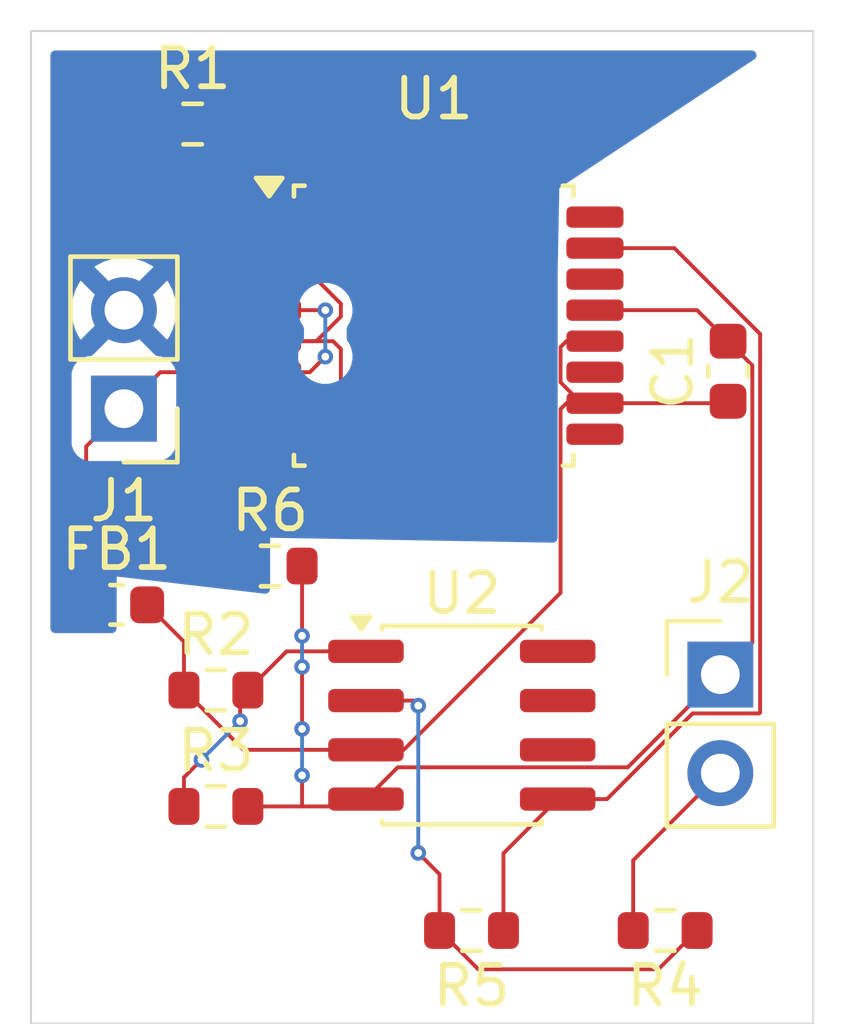
<source format=kicad_pcb>
(kicad_pcb (version 20241229) (generator "pcbnew") (generator_version "9.0")
  (layers (0 "F.Cu" signal) (2 "B.Cu" signal) (13 "F.Paste" user) (15 "B.Paste" user) (5 "F.SilkS" user "F.Silkscreen") (7 "B.SilkS" user "B.Silkscreen") (1 "F.Mask" user) (3 "B.Mask" user) (25 "Edge.Cuts" user))
  (net 0 "")
  (net 1 "Net-(U1-PC6{slash}~{RESET})")
  (net 2 "5VD")
  (net 3 "Net-(U2-+)")
  (net 4 "5VA")
  (net 5 "AGND")
  (net 6 "Net-(U2--)")
  (net 7 "Net-(J2-Pin_2)")
  (net 8 "Net-(U1-PC0)")
  (net 32 "DGND")
  (footprint "Package_QFP:TQFP-32_7x7mm_P0.8mm" (layer "F.Cu") (at 141 80.8)
    (property "Reference" "U1" (at 0 -5.85 0) (layer "F.SilkS"))
    (property "Value" "ATmega8L-8A" (hide yes))
    (fp_line (start -3.61 -3.61) (end -3.335 -3.61) (stroke (width 0.12)) (layer "F.SilkS"))
    (fp_line (start -3.61 -3.335) (end -3.61 -3.61) (stroke (width 0.12)) (layer "F.SilkS"))
    (fp_line (start -3.61 3.61) (end -3.61 3.335) (stroke (width 0.12)) (layer "F.SilkS"))
    (fp_line (start -3.335 3.61) (end -3.61 3.61) (stroke (width 0.12)) (layer "F.SilkS"))
    (fp_line (start 3.335 -3.61) (end 3.61 -3.61) (stroke (width 0.12)) (layer "F.SilkS"))
    (fp_line (start 3.61 -3.61) (end 3.61 -3.335) (stroke (width 0.12)) (layer "F.SilkS"))
    (fp_line (start 3.61 3.335) (end 3.61 3.61) (stroke (width 0.12)) (layer "F.SilkS"))
    (fp_line (start 3.61 3.61) (end 3.335 3.61) (stroke (width 0.12)) (layer "F.SilkS"))
    (fp_poly (pts (xy -4.25 -3.34) (xy -4.59 -3.81) (xy -3.91 -3.81)) (stroke (width 0.12)) (fill yes) (layer "F.SilkS"))
    (pad "1" smd roundrect (at -4.1625 -2.8) (size 1.475 0.55) (layers "F.Cu" "F.Mask" "F.Paste"))
    (pad "2" smd roundrect (at -4.1625 -2) (size 1.475 0.55) (layers "F.Cu" "F.Mask" "F.Paste"))
    (pad "3" smd roundrect (at -4.1625 -1.2) (size 1.475 0.55) (layers "F.Cu" "F.Mask" "F.Paste") (net 32 "DGND"))
    (pad "4" smd roundrect (at -4.1625 -0.4) (size 1.475 0.55) (layers "F.Cu" "F.Mask" "F.Paste") (net 2 "5VD"))
    (pad "5" smd roundrect (at -4.1625 0.4) (size 1.475 0.55) (layers "F.Cu" "F.Mask" "F.Paste") (net 32 "DGND"))
    (pad "6" smd roundrect (at -4.1625 1.2) (size 1.475 0.55) (layers "F.Cu" "F.Mask" "F.Paste") (net 2 "5VD"))
    (pad "7" smd roundrect (at -4.1625 2) (size 1.475 0.55) (layers "F.Cu" "F.Mask" "F.Paste"))
    (pad "8" smd roundrect (at -4.1625 2.8) (size 1.475 0.55) (layers "F.Cu" "F.Mask" "F.Paste"))
    (pad "9" smd roundrect (at -2.8 4.1625) (size 0.55 1.475) (layers "F.Cu" "F.Mask" "F.Paste"))
    (pad "10" smd roundrect (at -2 4.1625) (size 0.55 1.475) (layers "F.Cu" "F.Mask" "F.Paste"))
    (pad "11" smd roundrect (at -1.2 4.1625) (size 0.55 1.475) (layers "F.Cu" "F.Mask" "F.Paste"))
    (pad "12" smd roundrect (at -0.4 4.1625) (size 0.55 1.475) (layers "F.Cu" "F.Mask" "F.Paste"))
    (pad "13" smd roundrect (at 0.4 4.1625) (size 0.55 1.475) (layers "F.Cu" "F.Mask" "F.Paste"))
    (pad "14" smd roundrect (at 1.2 4.1625) (size 0.55 1.475) (layers "F.Cu" "F.Mask" "F.Paste"))
    (pad "15" smd roundrect (at 2 4.1625) (size 0.55 1.475) (layers "F.Cu" "F.Mask" "F.Paste"))
    (pad "16" smd roundrect (at 2.8 4.1625) (size 0.55 1.475) (layers "F.Cu" "F.Mask" "F.Paste"))
    (pad "17" smd roundrect (at 4.1625 2.8) (size 1.475 0.55) (layers "F.Cu" "F.Mask" "F.Paste"))
    (pad "18" smd roundrect (at 4.1625 2) (size 1.475 0.55) (layers "F.Cu" "F.Mask" "F.Paste") (net 4 "5VA"))
    (pad "19" smd roundrect (at 4.1625 1.2) (size 1.475 0.55) (layers "F.Cu" "F.Mask" "F.Paste"))
    (pad "20" smd roundrect (at 4.1625 0.4) (size 1.475 0.55) (layers "F.Cu" "F.Mask" "F.Paste") (net 4 "5VA"))
    (pad "21" smd roundrect (at 4.1625 -0.4) (size 1.475 0.55) (layers "F.Cu" "F.Mask" "F.Paste") (net 5 "AGND"))
    (pad "22" smd roundrect (at 4.1625 -1.2) (size 1.475 0.55) (layers "F.Cu" "F.Mask" "F.Paste"))
    (pad "23" smd roundrect (at 4.1625 -2) (size 1.475 0.55) (layers "F.Cu" "F.Mask" "F.Paste") (net 8 "Net-(U1-PC0)"))
    (pad "24" smd roundrect (at 4.1625 -2.8) (size 1.475 0.55) (layers "F.Cu" "F.Mask" "F.Paste"))
    (pad "25" smd roundrect (at 2.8 -4.1625) (size 0.55 1.475) (layers "F.Cu" "F.Mask" "F.Paste"))
    (pad "26" smd roundrect (at 2 -4.1625) (size 0.55 1.475) (layers "F.Cu" "F.Mask" "F.Paste"))
    (pad "27" smd roundrect (at 1.2 -4.1625) (size 0.55 1.475) (layers "F.Cu" "F.Mask" "F.Paste"))
    (pad "28" smd roundrect (at 0.4 -4.1625) (size 0.55 1.475) (layers "F.Cu" "F.Mask" "F.Paste"))
    (pad "29" smd roundrect (at -0.4 -4.1625) (size 0.55 1.475) (layers "F.Cu" "F.Mask" "F.Paste") (net 1 "Net-(U1-PC6{slash}~{RESET})"))
    (pad "30" smd roundrect (at -1.2 -4.1625) (size 0.55 1.475) (layers "F.Cu" "F.Mask" "F.Paste"))
    (pad "31" smd roundrect (at -2 -4.1625) (size 0.55 1.475) (layers "F.Cu" "F.Mask" "F.Paste"))
    (pad "32" smd roundrect (at -2.8 -4.1625) (size 0.55 1.475) (layers "F.Cu" "F.Mask" "F.Paste"))
  )
  (footprint "Resistor_SMD:R_0603_1608Metric" (layer "F.Cu") (at 135.375 90.2)
    (property "Reference" "R2" (at 0 -1.43 0) (layer "F.SilkS"))
    (property "Value" "10K")
    (fp_line (start -0.237258 -0.5225) (end 0.237258 -0.5225) (stroke (width 0.12)) (layer "F.SilkS"))
    (fp_line (start -0.237258 0.5225) (end 0.237258 0.5225) (stroke (width 0.12)) (layer "F.SilkS"))
    (pad "1" smd roundrect (at -0.825 0) (size 0.8 0.95) (layers "F.Cu" "F.Mask" "F.Paste") (net 4 "5VA"))
    (pad "2" smd roundrect (at 0.825 0) (size 0.8 0.95) (layers "F.Cu" "F.Mask" "F.Paste") (net 3 "Net-(U2-+)"))
  )
  (footprint "Inductor_SMD:L_0603_1608Metric" (layer "F.Cu") (at 132.8125 88)
    (property "Reference" "FB1" (at 0 -1.43 0) (layer "F.SilkS"))
    (property "Value" "FerriteBead" (hide yes))
    (fp_line (start -0.162779 -0.51) (end 0.162779 -0.51) (stroke (width 0.12)) (layer "F.SilkS"))
    (fp_line (start -0.162779 0.51) (end 0.162779 0.51) (stroke (width 0.12)) (layer "F.SilkS"))
    (pad "1" smd roundrect (at -0.7875 0) (size 0.875 0.95) (layers "F.Cu" "F.Mask" "F.Paste") (net 2 "5VD"))
    (pad "2" smd roundrect (at 0.7875 0) (size 0.875 0.95) (layers "F.Cu" "F.Mask" "F.Paste") (net 4 "5VA"))
  )
  (footprint "Connector_PinHeader_2.54mm:PinHeader_1x02_P2.54mm_Vertical" (layer "F.Cu") (at 148.4 89.8)
    (property "Reference" "J2" (at 0 -2.38 0) (layer "F.SilkS"))
    (property "Value" "Audio Connector" (hide yes))
    (fp_line (start -1.38 -1.38) (end 0 -1.38) (stroke (width 0.12)) (layer "F.SilkS"))
    (fp_line (start -1.38 0) (end -1.38 -1.38) (stroke (width 0.12)) (layer "F.SilkS"))
    (fp_line (start -1.38 1.27) (end -1.38 3.92) (stroke (width 0.12)) (layer "F.SilkS"))
    (fp_line (start -1.38 1.27) (end 1.38 1.27) (stroke (width 0.12)) (layer "F.SilkS"))
    (fp_line (start -1.38 3.92) (end 1.38 3.92) (stroke (width 0.12)) (layer "F.SilkS"))
    (fp_line (start 1.38 1.27) (end 1.38 3.92) (stroke (width 0.12)) (layer "F.SilkS"))
    (pad "1" thru_hole rect (at 0 0) (size 1.7 1.7) (drill 1) (layers "*.Cu" "*.Mask") (net 5 "AGND"))
    (pad "2" thru_hole circle (at 0 2.54) (size 1.7 1.7) (drill 1) (layers "*.Cu" "*.Mask") (net 7 "Net-(J2-Pin_2)"))
  )
  (footprint "Resistor_SMD:R_0603_1608Metric" (layer "F.Cu") (at 141.975 96.4 180)
    (property "Reference" "R5" (at 0 -1.43 0) (layer "F.SilkS"))
    (property "Value" "100K")
    (fp_line (start -0.237258 0.5225) (end 0.237258 0.5225) (stroke (width 0.12)) (layer "F.SilkS"))
    (fp_line (start -0.237258 -0.5225) (end 0.237258 -0.5225) (stroke (width 0.12)) (layer "F.SilkS"))
    (pad "1" smd roundrect (at -0.825 0 180) (size 0.8 0.95) (layers "F.Cu" "F.Mask" "F.Paste") (net 8 "Net-(U1-PC0)"))
    (pad "2" smd roundrect (at 0.825 0 180) (size 0.8 0.95) (layers "F.Cu" "F.Mask" "F.Paste") (net 6 "Net-(U2--)"))
  )
  (footprint "Resistor_SMD:R_0603_1608Metric" (layer "F.Cu") (at 136.775 87)
    (property "Reference" "R6" (at 0 -1.43 0) (layer "F.SilkS"))
    (property "Value" "0 Ohm")
    (fp_line (start -0.237258 -0.5225) (end 0.237258 -0.5225) (stroke (width 0.12)) (layer "F.SilkS"))
    (fp_line (start -0.237258 0.5225) (end 0.237258 0.5225) (stroke (width 0.12)) (layer "F.SilkS"))
    (pad "1" smd roundrect (at -0.825 0) (size 0.8 0.95) (layers "F.Cu" "F.Mask" "F.Paste") (net 32 "DGND"))
    (pad "2" smd roundrect (at 0.825 0) (size 0.8 0.95) (layers "F.Cu" "F.Mask" "F.Paste") (net 5 "AGND"))
  )
  (footprint "Resistor_SMD:R_0603_1608Metric" (layer "F.Cu") (at 146.975 96.4 180)
    (property "Reference" "R4" (at 0 -1.43 0) (layer "F.SilkS"))
    (property "Value" "1K")
    (fp_line (start -0.237258 0.5225) (end 0.237258 0.5225) (stroke (width 0.12)) (layer "F.SilkS"))
    (fp_line (start -0.237258 -0.5225) (end 0.237258 -0.5225) (stroke (width 0.12)) (layer "F.SilkS"))
    (pad "1" smd roundrect (at -0.825 0 180) (size 0.8 0.95) (layers "F.Cu" "F.Mask" "F.Paste") (net 6 "Net-(U2--)"))
    (pad "2" smd roundrect (at 0.825 0 180) (size 0.8 0.95) (layers "F.Cu" "F.Mask" "F.Paste") (net 7 "Net-(J2-Pin_2)"))
  )
  (footprint "Connector_PinHeader_2.54mm:PinHeader_1x02_P2.54mm_Vertical" (layer "F.Cu") (at 133 82.94 180)
    (property "Reference" "J1" (at 0 -2.38 0) (layer "F.SilkS"))
    (property "Value" "Conn_01x02_Pin" (hide yes))
    (fp_line (start 1.38 1.27) (end 1.38 3.92) (stroke (width 0.12)) (layer "F.SilkS"))
    (fp_line (start -1.38 3.92) (end 1.38 3.92) (stroke (width 0.12)) (layer "F.SilkS"))
    (fp_line (start -1.38 1.27) (end 1.38 1.27) (stroke (width 0.12)) (layer "F.SilkS"))
    (fp_line (start -1.38 1.27) (end -1.38 3.92) (stroke (width 0.12)) (layer "F.SilkS"))
    (fp_line (start -1.38 0) (end -1.38 -1.38) (stroke (width 0.12)) (layer "F.SilkS"))
    (fp_line (start -1.38 -1.38) (end 0 -1.38) (stroke (width 0.12)) (layer "F.SilkS"))
    (pad "1" thru_hole rect (at 0 0 180) (size 1.7 1.7) (drill 1) (layers "*.Cu" "*.Mask") (net 2 "5VD"))
    (pad "2" thru_hole circle (at 0 2.54 180) (size 1.7 1.7) (drill 1) (layers "*.Cu" "*.Mask") (net 32 "DGND"))
  )
  (footprint "Resistor_SMD:R_0603_1608Metric" (layer "F.Cu") (at 134.775 75.6)
    (property "Reference" "R1" (at 0 -1.43 0) (layer "F.SilkS"))
    (property "Value" "10K")
    (fp_line (start -0.237258 -0.5225) (end 0.237258 -0.5225) (stroke (width 0.12)) (layer "F.SilkS"))
    (fp_line (start -0.237258 0.5225) (end 0.237258 0.5225) (stroke (width 0.12)) (layer "F.SilkS"))
    (pad "1" smd roundrect (at -0.825 0) (size 0.8 0.95) (layers "F.Cu" "F.Mask" "F.Paste") (net 2 "5VD"))
    (pad "2" smd roundrect (at 0.825 0) (size 0.8 0.95) (layers "F.Cu" "F.Mask" "F.Paste") (net 1 "Net-(U1-PC6{slash}~{RESET})"))
  )
  (footprint "Package_SO:SOIC-8_3.9x4.9mm_P1.27mm" (layer "F.Cu") (at 141.725 91.105)
    (property "Reference" "U2" (at 0 -3.4 0) (layer "F.SilkS"))
    (property "Value" "~" (hide yes))
    (fp_line (start -2.06 -2.56) (end 2.06 -2.56) (stroke (width 0.12)) (layer "F.SilkS"))
    (fp_line (start -2.06 -2.465) (end -2.06 -2.56) (stroke (width 0.12)) (layer "F.SilkS"))
    (fp_line (start -2.06 2.56) (end -2.06 2.465) (stroke (width 0.12)) (layer "F.SilkS"))
    (fp_line (start 2.06 -2.56) (end 2.06 -2.465) (stroke (width 0.12)) (layer "F.SilkS"))
    (fp_line (start 2.06 2.465) (end 2.06 2.56) (stroke (width 0.12)) (layer "F.SilkS"))
    (fp_line (start 2.06 2.56) (end -2.06 2.56) (stroke (width 0.12)) (layer "F.SilkS"))
    (fp_poly (pts (xy -2.6 -2.47) (xy -2.84 -2.8) (xy -2.36 -2.8)) (stroke (width 0.12)) (fill yes) (layer "F.SilkS"))
    (pad "1" smd roundrect (at -2.475 -1.905) (size 1.95 0.6) (layers "F.Cu" "F.Mask" "F.Paste") (net 3 "Net-(U2-+)"))
    (pad "2" smd roundrect (at -2.475 -0.635) (size 1.95 0.6) (layers "F.Cu" "F.Mask" "F.Paste") (net 6 "Net-(U2--)"))
    (pad "3" smd roundrect (at -2.475 0.635) (size 1.95 0.6) (layers "F.Cu" "F.Mask" "F.Paste") (net 4 "5VA"))
    (pad "4" smd roundrect (at -2.475 1.905) (size 1.95 0.6) (layers "F.Cu" "F.Mask" "F.Paste") (net 5 "AGND"))
    (pad "5" smd roundrect (at 2.475 1.905) (size 1.95 0.6) (layers "F.Cu" "F.Mask" "F.Paste") (net 8 "Net-(U1-PC0)"))
    (pad "6" smd roundrect (at 2.475 0.635) (size 1.95 0.6) (layers "F.Cu" "F.Mask" "F.Paste"))
    (pad "7" smd roundrect (at 2.475 -0.635) (size 1.95 0.6) (layers "F.Cu" "F.Mask" "F.Paste"))
    (pad "8" smd roundrect (at 2.475 -1.905) (size 1.95 0.6) (layers "F.Cu" "F.Mask" "F.Paste"))
  )
  (footprint "Capacitor_SMD:C_0603_1608Metric" (layer "F.Cu") (at 148.6 81.975 90)
    (property "Reference" "C1" (at 0 -1.43 90) (layer "F.SilkS"))
    (property "Value" "C")
    (fp_line (start -0.14058 -0.51) (end 0.14058 -0.51) (stroke (width 0.12)) (layer "F.SilkS"))
    (fp_line (start -0.14058 0.51) (end 0.14058 0.51) (stroke (width 0.12)) (layer "F.SilkS"))
    (pad "1" smd roundrect (at -0.775 0 90) (size 0.9 0.95) (layers "F.Cu" "F.Mask" "F.Paste") (net 4 "5VA"))
    (pad "2" smd roundrect (at 0.775 0 90) (size 0.9 0.95) (layers "F.Cu" "F.Mask" "F.Paste") (net 5 "AGND"))
  )
  (footprint "Resistor_SMD:R_0603_1608Metric" (layer "F.Cu") (at 135.375 93.2)
    (property "Reference" "R3" (at 0 -1.43 0) (layer "F.SilkS"))
    (property "Value" "10K")
    (fp_line (start -0.237258 -0.5225) (end 0.237258 -0.5225) (stroke (width 0.12)) (layer "F.SilkS"))
    (fp_line (start -0.237258 0.5225) (end 0.237258 0.5225) (stroke (width 0.12)) (layer "F.SilkS"))
    (pad "1" smd roundrect (at -0.825 0) (size 0.8 0.95) (layers "F.Cu" "F.Mask" "F.Paste") (net 3 "Net-(U2-+)"))
    (pad "2" smd roundrect (at 0.825 0) (size 0.8 0.95) (layers "F.Cu" "F.Mask" "F.Paste") (net 5 "AGND"))
  )
  (gr_rect (start 130.6 73.2) (end 150.8 98.8) (stroke (width 0.05)) (fill no) (layer "Edge.Cuts"))
  (segment (start 140.6 75.900001) (end 140.6 76.6375) (width 0.1) (layer "F.Cu") (net 1))
  (segment (start 140.299999 75.6) (end 140.6 75.900001) (width 0.1) (layer "F.Cu") (net 1))
  (segment (start 135.6 75.6) (end 140.299999 75.6) (width 0.1) (layer "F.Cu") (net 1))
  (segment (start 133.95 77.861812) (end 133.95 75.6) (width 0.1) (layer "F.Cu") (net 2))
  (segment (start 138.2 80.4) (end 136.8375 80.4) (width 0.1) (layer "F.Cu") (net 2))
  (segment (start 132.025 88) (end 132.025 83.915) (width 0.1) (layer "F.Cu") (net 2))
  (segment (start 136.8375 82) (end 137.8 82) (width 0.1) (layer "F.Cu") (net 2))
  (segment (start 136.488188 80.4) (end 133.95 77.861812) (width 0.1) (layer "F.Cu") (net 2))
  (segment (start 132.025 83.915) (end 133 82.94) (width 0.1) (layer "F.Cu") (net 2))
  (segment (start 136.8375 82) (end 136.488188 82) (width 0.1) (layer "F.Cu") (net 2))
  (segment (start 136.8375 80.4) (end 136.488188 80.4) (width 0.1) (layer "F.Cu") (net 2))
  (segment (start 133 82.94) (end 133.94 82) (width 0.1) (layer "F.Cu") (net 2))
  (segment (start 137.8 82) (end 138.2 81.6) (width 0.1) (layer "F.Cu") (net 2))
  (segment (start 133.94 82) (end 136.8375 82) (width 0.1) (layer "F.Cu") (net 2))
  (via (at 138.2 81.6) (size 0.4) (drill 0.2) (layers "F.Cu" "B.Cu") (net 2))
  (via (at 138.2 80.4) (size 0.4) (drill 0.2) (layers "F.Cu" "B.Cu") (net 2))
  (segment (start 138.2 81.6) (end 138.2 80.4) (width 0.1) (layer "B.Cu") (net 2))
  (segment (start 136.2 90.2) (end 137.2 89.2) (width 0.1) (layer "F.Cu") (net 3))
  (segment (start 137.2 89.2) (end 139.25 89.2) (width 0.1) (layer "F.Cu") (net 3))
  (segment (start 136 90.4) (end 136.2 90.2) (width 0.1) (layer "F.Cu") (net 3))
  (segment (start 136 91) (end 136 90.4) (width 0.1) (layer "F.Cu") (net 3))
  (segment (start 134.55 92.45) (end 135 92) (width 0.1) (layer "F.Cu") (net 3))
  (segment (start 134.55 93.2) (end 134.55 92.45) (width 0.1) (layer "F.Cu") (net 3))
  (via (at 136 91) (size 0.4) (drill 0.2) (layers "F.Cu" "B.Cu") (net 3))
  (via (at 135 92) (size 0.4) (drill 0.2) (layers "F.Cu" "B.Cu") (net 3))
  (segment (start 135 92) (end 136 91) (width 0.1) (layer "B.Cu") (net 3))
  (segment (start 145.1625 82.8) (end 148.55 82.8) (width 0.1) (layer "F.Cu") (net 4))
  (segment (start 134.55 90.2) (end 134.55 88.95) (width 0.1) (layer "F.Cu") (net 4))
  (segment (start 144.274 87.690999) (end 144.274 82.951001) (width 0.1) (layer "F.Cu") (net 4))
  (segment (start 148.55 82.8) (end 148.6 82.75) (width 0.1) (layer "F.Cu") (net 4))
  (segment (start 144.425001 81.2) (end 145.1625 81.2) (width 0.1) (layer "F.Cu") (net 4))
  (segment (start 136.09 91.74) (end 139.25 91.74) (width 0.1) (layer "F.Cu") (net 4))
  (segment (start 134.55 90.2) (end 136.09 91.74) (width 0.1) (layer "F.Cu") (net 4))
  (segment (start 140.224999 91.74) (end 144.274 87.690999) (width 0.1) (layer "F.Cu") (net 4))
  (segment (start 134.55 88.95) (end 133.6 88) (width 0.1) (layer "F.Cu") (net 4))
  (segment (start 144.813188 82.8) (end 144.274 82.260812) (width 0.1) (layer "F.Cu") (net 4))
  (segment (start 144.274 82.951001) (end 144.425001 82.8) (width 0.1) (layer "F.Cu") (net 4))
  (segment (start 139.25 91.74) (end 140.224999 91.74) (width 0.1) (layer "F.Cu") (net 4))
  (segment (start 144.425001 82.8) (end 145.1625 82.8) (width 0.1) (layer "F.Cu") (net 4))
  (segment (start 144.274 81.351001) (end 144.425001 81.2) (width 0.1) (layer "F.Cu") (net 4))
  (segment (start 145.1625 82.8) (end 144.813188 82.8) (width 0.1) (layer "F.Cu") (net 4))
  (segment (start 144.274 82.260812) (end 144.274 81.351001) (width 0.1) (layer "F.Cu") (net 4))
  (segment (start 147.8 80.4) (end 145.1625 80.4) (width 0.1) (layer "F.Cu") (net 5))
  (segment (start 139.06 93.2) (end 139.25 93.01) (width 0.1) (layer "F.Cu") (net 5))
  (segment (start 148.4 89.8) (end 149.226 88.974) (width 0.1) (layer "F.Cu") (net 5))
  (segment (start 137.6 92.4) (end 137.6 93.2) (width 0.1) (layer "F.Cu") (net 5))
  (segment (start 136.2 93.2) (end 137.6 93.2) (width 0.1) (layer "F.Cu") (net 5))
  (segment (start 148.6 81.2) (end 147.8 80.4) (width 0.1) (layer "F.Cu") (net 5))
  (segment (start 146.009 92.191) (end 140.069 92.191) (width 0.1) (layer "F.Cu") (net 5))
  (segment (start 148.4 89.8) (end 146.009 92.191) (width 0.1) (layer "F.Cu") (net 5))
  (segment (start 140.069 92.191) (end 139.25 93.01) (width 0.1) (layer "F.Cu") (net 5))
  (segment (start 149.226 88.974) (end 149.226 81.826) (width 0.1) (layer "F.Cu") (net 5))
  (segment (start 137.6 89.6) (end 137.6 91.2) (width 0.1) (layer "F.Cu") (net 5))
  (segment (start 137.6 87) (end 137.6 88.8) (width 0.1) (layer "F.Cu") (net 5))
  (segment (start 149.226 81.826) (end 148.6 81.2) (width 0.1) (layer "F.Cu") (net 5))
  (segment (start 137.6 93.2) (end 139.06 93.2) (width 0.1) (layer "F.Cu") (net 5))
  (via (at 137.6 88.8) (size 0.4) (drill 0.2) (layers "F.Cu" "B.Cu") (net 5))
  (via (at 137.6 91.2) (size 0.4) (drill 0.2) (layers "F.Cu" "B.Cu") (net 5))
  (via (at 137.6 92.4) (size 0.4) (drill 0.2) (layers "F.Cu" "B.Cu") (net 5))
  (via (at 137.6 89.6) (size 0.4) (drill 0.2) (layers "F.Cu" "B.Cu") (net 5))
  (segment (start 137.6 91.2) (end 137.6 92.4) (width 0.1) (layer "B.Cu") (net 5))
  (segment (start 137.6 88.8) (end 137.6 89.6) (width 0.1) (layer "B.Cu") (net 5))
  (segment (start 146.8 97.4) (end 142.15 97.4) (width 0.1) (layer "F.Cu") (net 6))
  (segment (start 142.15 97.4) (end 141.15 96.4) (width 0.1) (layer "F.Cu") (net 6))
  (segment (start 141.15 96.4) (end 141.15 94.95) (width 0.1) (layer "F.Cu") (net 6))
  (segment (start 140.47 90.47) (end 139.25 90.47) (width 0.1) (layer "F.Cu") (net 6))
  (segment (start 147.8 96.4) (end 146.8 97.4) (width 0.1) (layer "F.Cu") (net 6))
  (segment (start 141.15 94.95) (end 140.6 94.4) (width 0.1) (layer "F.Cu") (net 6))
  (segment (start 140.6 90.6) (end 140.47 90.47) (width 0.1) (layer "F.Cu") (net 6))
  (via (at 140.6 94.4) (size 0.4) (drill 0.2) (layers "F.Cu" "B.Cu") (net 6))
  (via (at 140.6 90.6) (size 0.4) (drill 0.2) (layers "F.Cu" "B.Cu") (net 6))
  (segment (start 140.6 94.4) (end 140.6 90.6) (width 0.1) (layer "B.Cu") (net 6))
  (segment (start 146.15 94.59) (end 146.15 96.4) (width 0.1) (layer "F.Cu") (net 7))
  (segment (start 148.4 92.34) (end 146.15 94.59) (width 0.1) (layer "F.Cu") (net 7))
  (segment (start 142.8 94.41) (end 142.8 96.4) (width 0.1) (layer "F.Cu") (net 8))
  (segment (start 149.427 90.775) (end 149.427 81.014022) (width 0.1) (layer "F.Cu") (net 8))
  (segment (start 147.212978 78.8) (end 145.1625 78.8) (width 0.1) (layer "F.Cu") (net 8))
  (segment (start 144.2 93.01) (end 142.8 94.41) (width 0.1) (layer "F.Cu") (net 8))
  (segment (start 147.683256 90.801) (end 149.401 90.801) (width 0.1) (layer "F.Cu") (net 8))
  (segment (start 149.427 81.014022) (end 147.212978 78.8) (width 0.1) (layer "F.Cu") (net 8))
  (segment (start 145.474256 93.01) (end 147.683256 90.801) (width 0.1) (layer "F.Cu") (net 8))
  (segment (start 144.2 93.01) (end 145.474256 93.01) (width 0.1) (layer "F.Cu") (net 8))
  (segment (start 149.401 90.801) (end 149.427 90.775) (width 0.1) (layer "F.Cu") (net 8))
  (segment (start 137.9671 81.2) (end 138.601 80.5661) (width 0.1) (layer "F.Cu") (net 32))
  (segment (start 133 80.4) (end 133.8 81.2) (width 0.1) (layer "F.Cu") (net 32))
  (segment (start 136.8375 81.2) (end 137.9671 81.2) (width 0.1) (layer "F.Cu") (net 32))
  (segment (start 138.601 82.985812) (end 138.601 81.401) (width 0.1) (layer "F.Cu") (net 32))
  (segment (start 137.9671 79.6) (end 136.8375 79.6) (width 0.1) (layer "F.Cu") (net 32))
  (segment (start 138.4 81.2) (end 136.8375 81.2) (width 0.1) (layer "F.Cu") (net 32))
  (segment (start 138.601 81.401) (end 138.4 81.2) (width 0.1) (layer "F.Cu") (net 32))
  (segment (start 138.601 80.5661) (end 138.601 80.2339) (width 0.1) (layer "F.Cu") (net 32))
  (segment (start 135.95 85.636812) (end 138.601 82.985812) (width 0.1) (layer "F.Cu") (net 32))
  (segment (start 135.95 87) (end 135.95 85.636812) (width 0.1) (layer "F.Cu") (net 32))
  (segment (start 138.601 80.2339) (end 137.9671 79.6) (width 0.1) (layer "F.Cu") (net 32))
  (segment (start 133.8 81.2) (end 136.8375 81.2) (width 0.1) (layer "F.Cu") (net 32))
  (zone (net 32) (net_name "DGND") (layer "B.Cu") (connect_pads (clearance 0.5)) (min_thickness 0.25) (fill yes (thermal_gap 0.5) (thermal_bridge_width 0.5))
    (polygon (pts (xy 130 72.6) (xy 151.6 72.4) (xy 144.242691 77.250862) (xy 144.2 79.4) (xy 144.2 86.4) (xy 136.775 86.27) (xy 136.775 87.73) (xy 132.8125 87.27) (xy 132.8125 88.73) (xy 129.8 88.73)))
  )
)
</source>
